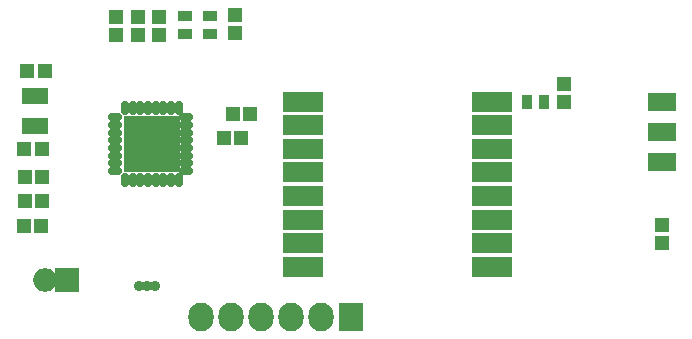
<source format=gbs>
G04 #@! TF.FileFunction,Soldermask,Bot*
%FSLAX46Y46*%
G04 Gerber Fmt 4.6, Leading zero omitted, Abs format (unit mm)*
G04 Created by KiCad (PCBNEW 4.0.5+dfsg1-4~bpo8+1) date Tue Nov 21 17:33:29 2017*
%MOMM*%
%LPD*%
G01*
G04 APERTURE LIST*
%ADD10C,0.100000*%
%ADD11R,2.000000X2.000000*%
%ADD12O,2.000000X2.000000*%
%ADD13R,3.400000X1.700000*%
%ADD14R,2.400000X1.600000*%
%ADD15R,2.400000X1.500000*%
%ADD16R,1.150000X1.200000*%
%ADD17R,1.200000X1.150000*%
%ADD18R,2.127200X2.432000*%
%ADD19O,2.127200X2.432000*%
%ADD20R,1.300000X0.900000*%
%ADD21R,0.900000X1.300000*%
%ADD22C,0.900000*%
%ADD23O,1.200000X0.750000*%
%ADD24O,0.750000X1.200000*%
%ADD25R,4.800000X4.800000*%
%ADD26R,2.200000X1.400000*%
G04 APERTURE END LIST*
D10*
D11*
X93200000Y-89300000D03*
D12*
X91400000Y-89300000D03*
D13*
X113200000Y-74200000D03*
X113200000Y-76200000D03*
X113200000Y-78200000D03*
X113200000Y-80200000D03*
X113200000Y-82200000D03*
X113200000Y-84200000D03*
X113200000Y-86200000D03*
X113200000Y-88200000D03*
X129200000Y-88200000D03*
X129200000Y-86200000D03*
X129200000Y-84200000D03*
X129200000Y-82200000D03*
X129200000Y-80200000D03*
X129200000Y-78200000D03*
X129200000Y-76200000D03*
X129200000Y-74200000D03*
D14*
X143600000Y-74200000D03*
X143600000Y-79300000D03*
D15*
X143600000Y-76750000D03*
D16*
X99200000Y-68550000D03*
X99200000Y-67050000D03*
X101000000Y-68550000D03*
X101000000Y-67050000D03*
D17*
X91150000Y-80600000D03*
X89650000Y-80600000D03*
D16*
X97400000Y-68550000D03*
X97400000Y-67050000D03*
D17*
X107250000Y-75250000D03*
X108750000Y-75250000D03*
X106500000Y-77250000D03*
X108000000Y-77250000D03*
X91050000Y-84700000D03*
X89550000Y-84700000D03*
X91150000Y-82600000D03*
X89650000Y-82600000D03*
X91350000Y-71600000D03*
X89850000Y-71600000D03*
X89570000Y-78220000D03*
X91070000Y-78220000D03*
D16*
X143600000Y-84650000D03*
X143600000Y-86150000D03*
X135300000Y-74250000D03*
X135300000Y-72750000D03*
D18*
X117300000Y-92400000D03*
D19*
X114760000Y-92400000D03*
X112220000Y-92400000D03*
X109680000Y-92400000D03*
X107140000Y-92400000D03*
X104600000Y-92400000D03*
D20*
X103200000Y-66950000D03*
X103200000Y-68450000D03*
X105300000Y-68450000D03*
X105300000Y-66950000D03*
D21*
X132150000Y-74200000D03*
X133650000Y-74200000D03*
D22*
X99350000Y-89800000D03*
X100000000Y-89800000D03*
X100650000Y-89800000D03*
D23*
X97330000Y-80070000D03*
D24*
X98130000Y-74720000D03*
D23*
X103330000Y-80070000D03*
D24*
X98130000Y-80870000D03*
D23*
X97330000Y-79420000D03*
X97330000Y-78770000D03*
X97330000Y-78120000D03*
X97330000Y-77470000D03*
X97330000Y-76820000D03*
X97330000Y-76170000D03*
X97330000Y-75520000D03*
D24*
X102680000Y-80870000D03*
X102030000Y-80870000D03*
X101380000Y-80870000D03*
X100730000Y-80870000D03*
X100080000Y-80870000D03*
X99430000Y-80870000D03*
X98780000Y-80870000D03*
X98780000Y-74720000D03*
X99430000Y-74720000D03*
X100080000Y-74720000D03*
X100730000Y-74720000D03*
X101380000Y-74720000D03*
X102030000Y-74720000D03*
X102680000Y-74720000D03*
D23*
X103330000Y-75520000D03*
X103330000Y-76170000D03*
X103330000Y-76820000D03*
X103330000Y-77470000D03*
X103330000Y-78120000D03*
X103330000Y-78770000D03*
X103330000Y-79420000D03*
D25*
X100400000Y-77800000D03*
D26*
X90500000Y-76250000D03*
X90500000Y-73750000D03*
D16*
X107440000Y-68390000D03*
X107440000Y-66890000D03*
M02*

</source>
